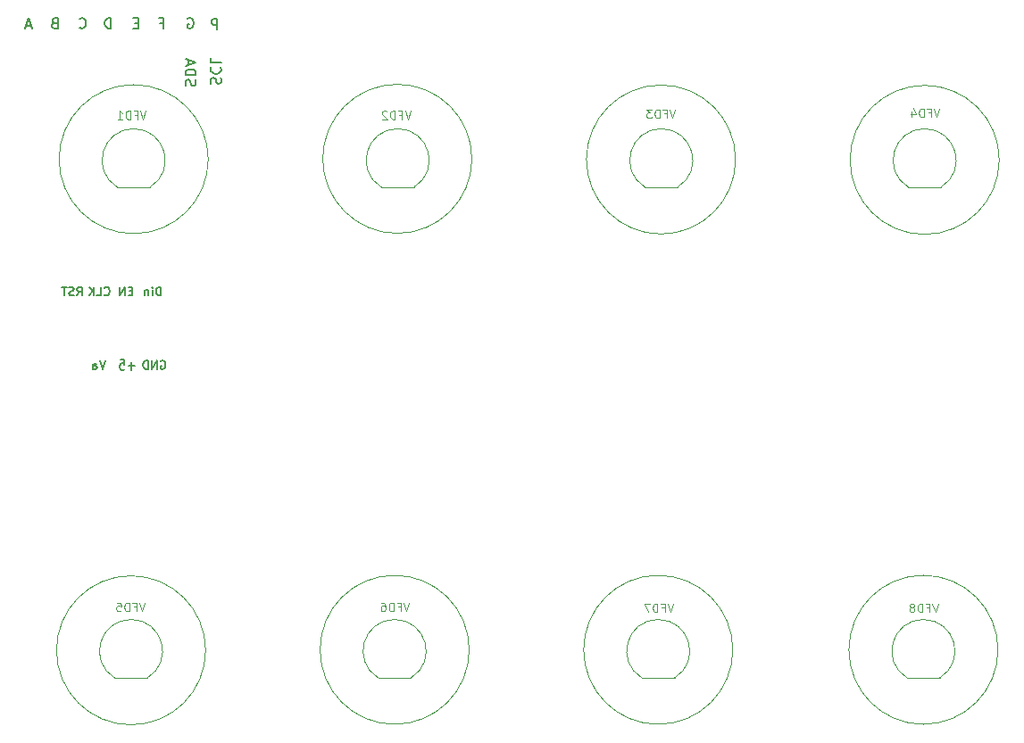
<source format=gbr>
%TF.GenerationSoftware,KiCad,Pcbnew,7.0.1*%
%TF.CreationDate,2023-05-21T16:34:47+02:00*%
%TF.ProjectId,kicad,6b696361-642e-46b6-9963-61645f706362,rev?*%
%TF.SameCoordinates,Original*%
%TF.FileFunction,Legend,Bot*%
%TF.FilePolarity,Positive*%
%FSLAX46Y46*%
G04 Gerber Fmt 4.6, Leading zero omitted, Abs format (unit mm)*
G04 Created by KiCad (PCBNEW 7.0.1) date 2023-05-21 16:34:47*
%MOMM*%
%LPD*%
G01*
G04 APERTURE LIST*
%ADD10C,0.150000*%
%ADD11C,0.100000*%
%ADD12C,0.120000*%
G04 APERTURE END LIST*
D10*
X109995723Y-70274095D02*
X109995723Y-69474095D01*
X109995723Y-69474095D02*
X109805247Y-69474095D01*
X109805247Y-69474095D02*
X109690961Y-69512190D01*
X109690961Y-69512190D02*
X109614771Y-69588380D01*
X109614771Y-69588380D02*
X109576676Y-69664571D01*
X109576676Y-69664571D02*
X109538580Y-69816952D01*
X109538580Y-69816952D02*
X109538580Y-69931238D01*
X109538580Y-69931238D02*
X109576676Y-70083619D01*
X109576676Y-70083619D02*
X109614771Y-70159809D01*
X109614771Y-70159809D02*
X109690961Y-70236000D01*
X109690961Y-70236000D02*
X109805247Y-70274095D01*
X109805247Y-70274095D02*
X109995723Y-70274095D01*
X109195723Y-70274095D02*
X109195723Y-69740761D01*
X109195723Y-69474095D02*
X109233819Y-69512190D01*
X109233819Y-69512190D02*
X109195723Y-69550285D01*
X109195723Y-69550285D02*
X109157628Y-69512190D01*
X109157628Y-69512190D02*
X109195723Y-69474095D01*
X109195723Y-69474095D02*
X109195723Y-69550285D01*
X108814771Y-69740761D02*
X108814771Y-70274095D01*
X108814771Y-69816952D02*
X108776676Y-69778857D01*
X108776676Y-69778857D02*
X108700486Y-69740761D01*
X108700486Y-69740761D02*
X108586200Y-69740761D01*
X108586200Y-69740761D02*
X108510009Y-69778857D01*
X108510009Y-69778857D02*
X108471914Y-69855047D01*
X108471914Y-69855047D02*
X108471914Y-70274095D01*
X105248104Y-44949619D02*
X105248104Y-43949619D01*
X105248104Y-43949619D02*
X105010009Y-43949619D01*
X105010009Y-43949619D02*
X104867152Y-43997238D01*
X104867152Y-43997238D02*
X104771914Y-44092476D01*
X104771914Y-44092476D02*
X104724295Y-44187714D01*
X104724295Y-44187714D02*
X104676676Y-44378190D01*
X104676676Y-44378190D02*
X104676676Y-44521047D01*
X104676676Y-44521047D02*
X104724295Y-44711523D01*
X104724295Y-44711523D02*
X104771914Y-44806761D01*
X104771914Y-44806761D02*
X104867152Y-44902000D01*
X104867152Y-44902000D02*
X105010009Y-44949619D01*
X105010009Y-44949619D02*
X105248104Y-44949619D01*
X104710009Y-76474095D02*
X104443342Y-77274095D01*
X104443342Y-77274095D02*
X104176676Y-76474095D01*
X103567152Y-77274095D02*
X103567152Y-76855047D01*
X103567152Y-76855047D02*
X103605247Y-76778857D01*
X103605247Y-76778857D02*
X103681438Y-76740761D01*
X103681438Y-76740761D02*
X103833819Y-76740761D01*
X103833819Y-76740761D02*
X103910009Y-76778857D01*
X103567152Y-77236000D02*
X103643343Y-77274095D01*
X103643343Y-77274095D02*
X103833819Y-77274095D01*
X103833819Y-77274095D02*
X103910009Y-77236000D01*
X103910009Y-77236000D02*
X103948105Y-77159809D01*
X103948105Y-77159809D02*
X103948105Y-77083619D01*
X103948105Y-77083619D02*
X103910009Y-77007428D01*
X103910009Y-77007428D02*
X103833819Y-76969333D01*
X103833819Y-76969333D02*
X103643343Y-76969333D01*
X103643343Y-76969333D02*
X103567152Y-76931238D01*
X112524295Y-43997238D02*
X112619533Y-43949619D01*
X112619533Y-43949619D02*
X112762390Y-43949619D01*
X112762390Y-43949619D02*
X112905247Y-43997238D01*
X112905247Y-43997238D02*
X113000485Y-44092476D01*
X113000485Y-44092476D02*
X113048104Y-44187714D01*
X113048104Y-44187714D02*
X113095723Y-44378190D01*
X113095723Y-44378190D02*
X113095723Y-44521047D01*
X113095723Y-44521047D02*
X113048104Y-44711523D01*
X113048104Y-44711523D02*
X113000485Y-44806761D01*
X113000485Y-44806761D02*
X112905247Y-44902000D01*
X112905247Y-44902000D02*
X112762390Y-44949619D01*
X112762390Y-44949619D02*
X112667152Y-44949619D01*
X112667152Y-44949619D02*
X112524295Y-44902000D01*
X112524295Y-44902000D02*
X112476676Y-44854380D01*
X112476676Y-44854380D02*
X112476676Y-44521047D01*
X112476676Y-44521047D02*
X112667152Y-44521047D01*
X109914771Y-44425809D02*
X110248104Y-44425809D01*
X110248104Y-44949619D02*
X110248104Y-43949619D01*
X110248104Y-43949619D02*
X109771914Y-43949619D01*
X107495723Y-76968666D02*
X106886200Y-76968666D01*
X107190961Y-77349619D02*
X107190961Y-76587714D01*
X106124295Y-76349619D02*
X106505247Y-76349619D01*
X106505247Y-76349619D02*
X106543343Y-76825809D01*
X106543343Y-76825809D02*
X106505247Y-76778190D01*
X106505247Y-76778190D02*
X106429057Y-76730571D01*
X106429057Y-76730571D02*
X106238581Y-76730571D01*
X106238581Y-76730571D02*
X106162390Y-76778190D01*
X106162390Y-76778190D02*
X106124295Y-76825809D01*
X106124295Y-76825809D02*
X106086200Y-76921047D01*
X106086200Y-76921047D02*
X106086200Y-77159142D01*
X106086200Y-77159142D02*
X106124295Y-77254380D01*
X106124295Y-77254380D02*
X106162390Y-77302000D01*
X106162390Y-77302000D02*
X106238581Y-77349619D01*
X106238581Y-77349619D02*
X106429057Y-77349619D01*
X106429057Y-77349619D02*
X106505247Y-77302000D01*
X106505247Y-77302000D02*
X106543343Y-77254380D01*
X102276676Y-44854380D02*
X102324295Y-44902000D01*
X102324295Y-44902000D02*
X102467152Y-44949619D01*
X102467152Y-44949619D02*
X102562390Y-44949619D01*
X102562390Y-44949619D02*
X102705247Y-44902000D01*
X102705247Y-44902000D02*
X102800485Y-44806761D01*
X102800485Y-44806761D02*
X102848104Y-44711523D01*
X102848104Y-44711523D02*
X102895723Y-44521047D01*
X102895723Y-44521047D02*
X102895723Y-44378190D01*
X102895723Y-44378190D02*
X102848104Y-44187714D01*
X102848104Y-44187714D02*
X102800485Y-44092476D01*
X102800485Y-44092476D02*
X102705247Y-43997238D01*
X102705247Y-43997238D02*
X102562390Y-43949619D01*
X102562390Y-43949619D02*
X102467152Y-43949619D01*
X102467152Y-43949619D02*
X102324295Y-43997238D01*
X102324295Y-43997238D02*
X102276676Y-44044857D01*
X107848104Y-44425809D02*
X107514771Y-44425809D01*
X107371914Y-44949619D02*
X107848104Y-44949619D01*
X107848104Y-44949619D02*
X107848104Y-43949619D01*
X107848104Y-43949619D02*
X107371914Y-43949619D01*
X112356200Y-50381523D02*
X112308580Y-50238666D01*
X112308580Y-50238666D02*
X112308580Y-50000571D01*
X112308580Y-50000571D02*
X112356200Y-49905333D01*
X112356200Y-49905333D02*
X112403819Y-49857714D01*
X112403819Y-49857714D02*
X112499057Y-49810095D01*
X112499057Y-49810095D02*
X112594295Y-49810095D01*
X112594295Y-49810095D02*
X112689533Y-49857714D01*
X112689533Y-49857714D02*
X112737152Y-49905333D01*
X112737152Y-49905333D02*
X112784771Y-50000571D01*
X112784771Y-50000571D02*
X112832390Y-50191047D01*
X112832390Y-50191047D02*
X112880009Y-50286285D01*
X112880009Y-50286285D02*
X112927628Y-50333904D01*
X112927628Y-50333904D02*
X113022866Y-50381523D01*
X113022866Y-50381523D02*
X113118104Y-50381523D01*
X113118104Y-50381523D02*
X113213342Y-50333904D01*
X113213342Y-50333904D02*
X113260961Y-50286285D01*
X113260961Y-50286285D02*
X113308580Y-50191047D01*
X113308580Y-50191047D02*
X113308580Y-49952952D01*
X113308580Y-49952952D02*
X113260961Y-49810095D01*
X112308580Y-49381523D02*
X113308580Y-49381523D01*
X113308580Y-49381523D02*
X113308580Y-49143428D01*
X113308580Y-49143428D02*
X113260961Y-49000571D01*
X113260961Y-49000571D02*
X113165723Y-48905333D01*
X113165723Y-48905333D02*
X113070485Y-48857714D01*
X113070485Y-48857714D02*
X112880009Y-48810095D01*
X112880009Y-48810095D02*
X112737152Y-48810095D01*
X112737152Y-48810095D02*
X112546676Y-48857714D01*
X112546676Y-48857714D02*
X112451438Y-48905333D01*
X112451438Y-48905333D02*
X112356200Y-49000571D01*
X112356200Y-49000571D02*
X112308580Y-49143428D01*
X112308580Y-49143428D02*
X112308580Y-49381523D01*
X112594295Y-48429142D02*
X112594295Y-47952952D01*
X112308580Y-48524380D02*
X113308580Y-48191047D01*
X113308580Y-48191047D02*
X112308580Y-47857714D01*
X107295723Y-69855047D02*
X107029057Y-69855047D01*
X106914771Y-70274095D02*
X107295723Y-70274095D01*
X107295723Y-70274095D02*
X107295723Y-69474095D01*
X107295723Y-69474095D02*
X106914771Y-69474095D01*
X106571913Y-70274095D02*
X106571913Y-69474095D01*
X106571913Y-69474095D02*
X106114770Y-70274095D01*
X106114770Y-70274095D02*
X106114770Y-69474095D01*
X102038580Y-70274095D02*
X102305247Y-69893142D01*
X102495723Y-70274095D02*
X102495723Y-69474095D01*
X102495723Y-69474095D02*
X102190961Y-69474095D01*
X102190961Y-69474095D02*
X102114771Y-69512190D01*
X102114771Y-69512190D02*
X102076676Y-69550285D01*
X102076676Y-69550285D02*
X102038580Y-69626476D01*
X102038580Y-69626476D02*
X102038580Y-69740761D01*
X102038580Y-69740761D02*
X102076676Y-69816952D01*
X102076676Y-69816952D02*
X102114771Y-69855047D01*
X102114771Y-69855047D02*
X102190961Y-69893142D01*
X102190961Y-69893142D02*
X102495723Y-69893142D01*
X101733819Y-70236000D02*
X101619533Y-70274095D01*
X101619533Y-70274095D02*
X101429057Y-70274095D01*
X101429057Y-70274095D02*
X101352866Y-70236000D01*
X101352866Y-70236000D02*
X101314771Y-70197904D01*
X101314771Y-70197904D02*
X101276676Y-70121714D01*
X101276676Y-70121714D02*
X101276676Y-70045523D01*
X101276676Y-70045523D02*
X101314771Y-69969333D01*
X101314771Y-69969333D02*
X101352866Y-69931238D01*
X101352866Y-69931238D02*
X101429057Y-69893142D01*
X101429057Y-69893142D02*
X101581438Y-69855047D01*
X101581438Y-69855047D02*
X101657628Y-69816952D01*
X101657628Y-69816952D02*
X101695723Y-69778857D01*
X101695723Y-69778857D02*
X101733819Y-69702666D01*
X101733819Y-69702666D02*
X101733819Y-69626476D01*
X101733819Y-69626476D02*
X101695723Y-69550285D01*
X101695723Y-69550285D02*
X101657628Y-69512190D01*
X101657628Y-69512190D02*
X101581438Y-69474095D01*
X101581438Y-69474095D02*
X101390961Y-69474095D01*
X101390961Y-69474095D02*
X101276676Y-69512190D01*
X101048104Y-69474095D02*
X100590961Y-69474095D01*
X100819533Y-70274095D02*
X100819533Y-69474095D01*
X115348104Y-45049619D02*
X115348104Y-44049619D01*
X115348104Y-44049619D02*
X114967152Y-44049619D01*
X114967152Y-44049619D02*
X114871914Y-44097238D01*
X114871914Y-44097238D02*
X114824295Y-44144857D01*
X114824295Y-44144857D02*
X114776676Y-44240095D01*
X114776676Y-44240095D02*
X114776676Y-44382952D01*
X114776676Y-44382952D02*
X114824295Y-44478190D01*
X114824295Y-44478190D02*
X114871914Y-44525809D01*
X114871914Y-44525809D02*
X114967152Y-44573428D01*
X114967152Y-44573428D02*
X115348104Y-44573428D01*
X109976676Y-76512190D02*
X110052866Y-76474095D01*
X110052866Y-76474095D02*
X110167152Y-76474095D01*
X110167152Y-76474095D02*
X110281438Y-76512190D01*
X110281438Y-76512190D02*
X110357628Y-76588380D01*
X110357628Y-76588380D02*
X110395723Y-76664571D01*
X110395723Y-76664571D02*
X110433819Y-76816952D01*
X110433819Y-76816952D02*
X110433819Y-76931238D01*
X110433819Y-76931238D02*
X110395723Y-77083619D01*
X110395723Y-77083619D02*
X110357628Y-77159809D01*
X110357628Y-77159809D02*
X110281438Y-77236000D01*
X110281438Y-77236000D02*
X110167152Y-77274095D01*
X110167152Y-77274095D02*
X110090961Y-77274095D01*
X110090961Y-77274095D02*
X109976676Y-77236000D01*
X109976676Y-77236000D02*
X109938580Y-77197904D01*
X109938580Y-77197904D02*
X109938580Y-76931238D01*
X109938580Y-76931238D02*
X110090961Y-76931238D01*
X109595723Y-77274095D02*
X109595723Y-76474095D01*
X109595723Y-76474095D02*
X109138580Y-77274095D01*
X109138580Y-77274095D02*
X109138580Y-76474095D01*
X108757628Y-77274095D02*
X108757628Y-76474095D01*
X108757628Y-76474095D02*
X108567152Y-76474095D01*
X108567152Y-76474095D02*
X108452866Y-76512190D01*
X108452866Y-76512190D02*
X108376676Y-76588380D01*
X108376676Y-76588380D02*
X108338581Y-76664571D01*
X108338581Y-76664571D02*
X108300485Y-76816952D01*
X108300485Y-76816952D02*
X108300485Y-76931238D01*
X108300485Y-76931238D02*
X108338581Y-77083619D01*
X108338581Y-77083619D02*
X108376676Y-77159809D01*
X108376676Y-77159809D02*
X108452866Y-77236000D01*
X108452866Y-77236000D02*
X108567152Y-77274095D01*
X108567152Y-77274095D02*
X108757628Y-77274095D01*
X114756200Y-50181523D02*
X114708580Y-50038666D01*
X114708580Y-50038666D02*
X114708580Y-49800571D01*
X114708580Y-49800571D02*
X114756200Y-49705333D01*
X114756200Y-49705333D02*
X114803819Y-49657714D01*
X114803819Y-49657714D02*
X114899057Y-49610095D01*
X114899057Y-49610095D02*
X114994295Y-49610095D01*
X114994295Y-49610095D02*
X115089533Y-49657714D01*
X115089533Y-49657714D02*
X115137152Y-49705333D01*
X115137152Y-49705333D02*
X115184771Y-49800571D01*
X115184771Y-49800571D02*
X115232390Y-49991047D01*
X115232390Y-49991047D02*
X115280009Y-50086285D01*
X115280009Y-50086285D02*
X115327628Y-50133904D01*
X115327628Y-50133904D02*
X115422866Y-50181523D01*
X115422866Y-50181523D02*
X115518104Y-50181523D01*
X115518104Y-50181523D02*
X115613342Y-50133904D01*
X115613342Y-50133904D02*
X115660961Y-50086285D01*
X115660961Y-50086285D02*
X115708580Y-49991047D01*
X115708580Y-49991047D02*
X115708580Y-49752952D01*
X115708580Y-49752952D02*
X115660961Y-49610095D01*
X114803819Y-48610095D02*
X114756200Y-48657714D01*
X114756200Y-48657714D02*
X114708580Y-48800571D01*
X114708580Y-48800571D02*
X114708580Y-48895809D01*
X114708580Y-48895809D02*
X114756200Y-49038666D01*
X114756200Y-49038666D02*
X114851438Y-49133904D01*
X114851438Y-49133904D02*
X114946676Y-49181523D01*
X114946676Y-49181523D02*
X115137152Y-49229142D01*
X115137152Y-49229142D02*
X115280009Y-49229142D01*
X115280009Y-49229142D02*
X115470485Y-49181523D01*
X115470485Y-49181523D02*
X115565723Y-49133904D01*
X115565723Y-49133904D02*
X115660961Y-49038666D01*
X115660961Y-49038666D02*
X115708580Y-48895809D01*
X115708580Y-48895809D02*
X115708580Y-48800571D01*
X115708580Y-48800571D02*
X115660961Y-48657714D01*
X115660961Y-48657714D02*
X115613342Y-48610095D01*
X114708580Y-47705333D02*
X114708580Y-48181523D01*
X114708580Y-48181523D02*
X115708580Y-48181523D01*
X104638580Y-70197904D02*
X104676676Y-70236000D01*
X104676676Y-70236000D02*
X104790961Y-70274095D01*
X104790961Y-70274095D02*
X104867152Y-70274095D01*
X104867152Y-70274095D02*
X104981438Y-70236000D01*
X104981438Y-70236000D02*
X105057628Y-70159809D01*
X105057628Y-70159809D02*
X105095723Y-70083619D01*
X105095723Y-70083619D02*
X105133819Y-69931238D01*
X105133819Y-69931238D02*
X105133819Y-69816952D01*
X105133819Y-69816952D02*
X105095723Y-69664571D01*
X105095723Y-69664571D02*
X105057628Y-69588380D01*
X105057628Y-69588380D02*
X104981438Y-69512190D01*
X104981438Y-69512190D02*
X104867152Y-69474095D01*
X104867152Y-69474095D02*
X104790961Y-69474095D01*
X104790961Y-69474095D02*
X104676676Y-69512190D01*
X104676676Y-69512190D02*
X104638580Y-69550285D01*
X103914771Y-70274095D02*
X104295723Y-70274095D01*
X104295723Y-70274095D02*
X104295723Y-69474095D01*
X103648104Y-70274095D02*
X103648104Y-69474095D01*
X103190961Y-70274095D02*
X103533819Y-69816952D01*
X103190961Y-69474095D02*
X103648104Y-69931238D01*
X97695723Y-44663904D02*
X97219533Y-44663904D01*
X97790961Y-44949619D02*
X97457628Y-43949619D01*
X97457628Y-43949619D02*
X97124295Y-44949619D01*
X99914771Y-44425809D02*
X99771914Y-44473428D01*
X99771914Y-44473428D02*
X99724295Y-44521047D01*
X99724295Y-44521047D02*
X99676676Y-44616285D01*
X99676676Y-44616285D02*
X99676676Y-44759142D01*
X99676676Y-44759142D02*
X99724295Y-44854380D01*
X99724295Y-44854380D02*
X99771914Y-44902000D01*
X99771914Y-44902000D02*
X99867152Y-44949619D01*
X99867152Y-44949619D02*
X100248104Y-44949619D01*
X100248104Y-44949619D02*
X100248104Y-43949619D01*
X100248104Y-43949619D02*
X99914771Y-43949619D01*
X99914771Y-43949619D02*
X99819533Y-43997238D01*
X99819533Y-43997238D02*
X99771914Y-44044857D01*
X99771914Y-44044857D02*
X99724295Y-44140095D01*
X99724295Y-44140095D02*
X99724295Y-44235333D01*
X99724295Y-44235333D02*
X99771914Y-44330571D01*
X99771914Y-44330571D02*
X99819533Y-44378190D01*
X99819533Y-44378190D02*
X99914771Y-44425809D01*
X99914771Y-44425809D02*
X100248104Y-44425809D01*
D11*
%TO.C,VFD8*%
X183701675Y-99542095D02*
X183435008Y-100342095D01*
X183435008Y-100342095D02*
X183168342Y-99542095D01*
X182635009Y-99923047D02*
X182901675Y-99923047D01*
X182901675Y-100342095D02*
X182901675Y-99542095D01*
X182901675Y-99542095D02*
X182520723Y-99542095D01*
X182215961Y-100342095D02*
X182215961Y-99542095D01*
X182215961Y-99542095D02*
X182025485Y-99542095D01*
X182025485Y-99542095D02*
X181911199Y-99580190D01*
X181911199Y-99580190D02*
X181835009Y-99656380D01*
X181835009Y-99656380D02*
X181796914Y-99732571D01*
X181796914Y-99732571D02*
X181758818Y-99884952D01*
X181758818Y-99884952D02*
X181758818Y-99999238D01*
X181758818Y-99999238D02*
X181796914Y-100151619D01*
X181796914Y-100151619D02*
X181835009Y-100227809D01*
X181835009Y-100227809D02*
X181911199Y-100304000D01*
X181911199Y-100304000D02*
X182025485Y-100342095D01*
X182025485Y-100342095D02*
X182215961Y-100342095D01*
X181301676Y-99884952D02*
X181377866Y-99846857D01*
X181377866Y-99846857D02*
X181415961Y-99808761D01*
X181415961Y-99808761D02*
X181454057Y-99732571D01*
X181454057Y-99732571D02*
X181454057Y-99694476D01*
X181454057Y-99694476D02*
X181415961Y-99618285D01*
X181415961Y-99618285D02*
X181377866Y-99580190D01*
X181377866Y-99580190D02*
X181301676Y-99542095D01*
X181301676Y-99542095D02*
X181149295Y-99542095D01*
X181149295Y-99542095D02*
X181073104Y-99580190D01*
X181073104Y-99580190D02*
X181035009Y-99618285D01*
X181035009Y-99618285D02*
X180996914Y-99694476D01*
X180996914Y-99694476D02*
X180996914Y-99732571D01*
X180996914Y-99732571D02*
X181035009Y-99808761D01*
X181035009Y-99808761D02*
X181073104Y-99846857D01*
X181073104Y-99846857D02*
X181149295Y-99884952D01*
X181149295Y-99884952D02*
X181301676Y-99884952D01*
X181301676Y-99884952D02*
X181377866Y-99923047D01*
X181377866Y-99923047D02*
X181415961Y-99961142D01*
X181415961Y-99961142D02*
X181454057Y-100037333D01*
X181454057Y-100037333D02*
X181454057Y-100189714D01*
X181454057Y-100189714D02*
X181415961Y-100265904D01*
X181415961Y-100265904D02*
X181377866Y-100304000D01*
X181377866Y-100304000D02*
X181301676Y-100342095D01*
X181301676Y-100342095D02*
X181149295Y-100342095D01*
X181149295Y-100342095D02*
X181073104Y-100304000D01*
X181073104Y-100304000D02*
X181035009Y-100265904D01*
X181035009Y-100265904D02*
X180996914Y-100189714D01*
X180996914Y-100189714D02*
X180996914Y-100037333D01*
X180996914Y-100037333D02*
X181035009Y-99961142D01*
X181035009Y-99961142D02*
X181073104Y-99923047D01*
X181073104Y-99923047D02*
X181149295Y-99884952D01*
%TO.C,VFD6*%
X133551675Y-99442095D02*
X133285008Y-100242095D01*
X133285008Y-100242095D02*
X133018342Y-99442095D01*
X132485009Y-99823047D02*
X132751675Y-99823047D01*
X132751675Y-100242095D02*
X132751675Y-99442095D01*
X132751675Y-99442095D02*
X132370723Y-99442095D01*
X132065961Y-100242095D02*
X132065961Y-99442095D01*
X132065961Y-99442095D02*
X131875485Y-99442095D01*
X131875485Y-99442095D02*
X131761199Y-99480190D01*
X131761199Y-99480190D02*
X131685009Y-99556380D01*
X131685009Y-99556380D02*
X131646914Y-99632571D01*
X131646914Y-99632571D02*
X131608818Y-99784952D01*
X131608818Y-99784952D02*
X131608818Y-99899238D01*
X131608818Y-99899238D02*
X131646914Y-100051619D01*
X131646914Y-100051619D02*
X131685009Y-100127809D01*
X131685009Y-100127809D02*
X131761199Y-100204000D01*
X131761199Y-100204000D02*
X131875485Y-100242095D01*
X131875485Y-100242095D02*
X132065961Y-100242095D01*
X130923104Y-99442095D02*
X131075485Y-99442095D01*
X131075485Y-99442095D02*
X131151676Y-99480190D01*
X131151676Y-99480190D02*
X131189771Y-99518285D01*
X131189771Y-99518285D02*
X131265961Y-99632571D01*
X131265961Y-99632571D02*
X131304057Y-99784952D01*
X131304057Y-99784952D02*
X131304057Y-100089714D01*
X131304057Y-100089714D02*
X131265961Y-100165904D01*
X131265961Y-100165904D02*
X131227866Y-100204000D01*
X131227866Y-100204000D02*
X131151676Y-100242095D01*
X131151676Y-100242095D02*
X130999295Y-100242095D01*
X130999295Y-100242095D02*
X130923104Y-100204000D01*
X130923104Y-100204000D02*
X130885009Y-100165904D01*
X130885009Y-100165904D02*
X130846914Y-100089714D01*
X130846914Y-100089714D02*
X130846914Y-99899238D01*
X130846914Y-99899238D02*
X130885009Y-99823047D01*
X130885009Y-99823047D02*
X130923104Y-99784952D01*
X130923104Y-99784952D02*
X130999295Y-99746857D01*
X130999295Y-99746857D02*
X131151676Y-99746857D01*
X131151676Y-99746857D02*
X131227866Y-99784952D01*
X131227866Y-99784952D02*
X131265961Y-99823047D01*
X131265961Y-99823047D02*
X131304057Y-99899238D01*
%TO.C,VFD2*%
X133676675Y-52742095D02*
X133410008Y-53542095D01*
X133410008Y-53542095D02*
X133143342Y-52742095D01*
X132610009Y-53123047D02*
X132876675Y-53123047D01*
X132876675Y-53542095D02*
X132876675Y-52742095D01*
X132876675Y-52742095D02*
X132495723Y-52742095D01*
X132190961Y-53542095D02*
X132190961Y-52742095D01*
X132190961Y-52742095D02*
X132000485Y-52742095D01*
X132000485Y-52742095D02*
X131886199Y-52780190D01*
X131886199Y-52780190D02*
X131810009Y-52856380D01*
X131810009Y-52856380D02*
X131771914Y-52932571D01*
X131771914Y-52932571D02*
X131733818Y-53084952D01*
X131733818Y-53084952D02*
X131733818Y-53199238D01*
X131733818Y-53199238D02*
X131771914Y-53351619D01*
X131771914Y-53351619D02*
X131810009Y-53427809D01*
X131810009Y-53427809D02*
X131886199Y-53504000D01*
X131886199Y-53504000D02*
X132000485Y-53542095D01*
X132000485Y-53542095D02*
X132190961Y-53542095D01*
X131429057Y-52818285D02*
X131390961Y-52780190D01*
X131390961Y-52780190D02*
X131314771Y-52742095D01*
X131314771Y-52742095D02*
X131124295Y-52742095D01*
X131124295Y-52742095D02*
X131048104Y-52780190D01*
X131048104Y-52780190D02*
X131010009Y-52818285D01*
X131010009Y-52818285D02*
X130971914Y-52894476D01*
X130971914Y-52894476D02*
X130971914Y-52970666D01*
X130971914Y-52970666D02*
X131010009Y-53084952D01*
X131010009Y-53084952D02*
X131467152Y-53542095D01*
X131467152Y-53542095D02*
X130971914Y-53542095D01*
%TO.C,VFD7*%
X158576675Y-99542095D02*
X158310008Y-100342095D01*
X158310008Y-100342095D02*
X158043342Y-99542095D01*
X157510009Y-99923047D02*
X157776675Y-99923047D01*
X157776675Y-100342095D02*
X157776675Y-99542095D01*
X157776675Y-99542095D02*
X157395723Y-99542095D01*
X157090961Y-100342095D02*
X157090961Y-99542095D01*
X157090961Y-99542095D02*
X156900485Y-99542095D01*
X156900485Y-99542095D02*
X156786199Y-99580190D01*
X156786199Y-99580190D02*
X156710009Y-99656380D01*
X156710009Y-99656380D02*
X156671914Y-99732571D01*
X156671914Y-99732571D02*
X156633818Y-99884952D01*
X156633818Y-99884952D02*
X156633818Y-99999238D01*
X156633818Y-99999238D02*
X156671914Y-100151619D01*
X156671914Y-100151619D02*
X156710009Y-100227809D01*
X156710009Y-100227809D02*
X156786199Y-100304000D01*
X156786199Y-100304000D02*
X156900485Y-100342095D01*
X156900485Y-100342095D02*
X157090961Y-100342095D01*
X156367152Y-99542095D02*
X155833818Y-99542095D01*
X155833818Y-99542095D02*
X156176676Y-100342095D01*
%TO.C,VFD1*%
X108576675Y-52742095D02*
X108310008Y-53542095D01*
X108310008Y-53542095D02*
X108043342Y-52742095D01*
X107510009Y-53123047D02*
X107776675Y-53123047D01*
X107776675Y-53542095D02*
X107776675Y-52742095D01*
X107776675Y-52742095D02*
X107395723Y-52742095D01*
X107090961Y-53542095D02*
X107090961Y-52742095D01*
X107090961Y-52742095D02*
X106900485Y-52742095D01*
X106900485Y-52742095D02*
X106786199Y-52780190D01*
X106786199Y-52780190D02*
X106710009Y-52856380D01*
X106710009Y-52856380D02*
X106671914Y-52932571D01*
X106671914Y-52932571D02*
X106633818Y-53084952D01*
X106633818Y-53084952D02*
X106633818Y-53199238D01*
X106633818Y-53199238D02*
X106671914Y-53351619D01*
X106671914Y-53351619D02*
X106710009Y-53427809D01*
X106710009Y-53427809D02*
X106786199Y-53504000D01*
X106786199Y-53504000D02*
X106900485Y-53542095D01*
X106900485Y-53542095D02*
X107090961Y-53542095D01*
X105871914Y-53542095D02*
X106329057Y-53542095D01*
X106100485Y-53542095D02*
X106100485Y-52742095D01*
X106100485Y-52742095D02*
X106176676Y-52856380D01*
X106176676Y-52856380D02*
X106252866Y-52932571D01*
X106252866Y-52932571D02*
X106329057Y-52970666D01*
%TO.C,VFD3*%
X158776675Y-52642095D02*
X158510008Y-53442095D01*
X158510008Y-53442095D02*
X158243342Y-52642095D01*
X157710009Y-53023047D02*
X157976675Y-53023047D01*
X157976675Y-53442095D02*
X157976675Y-52642095D01*
X157976675Y-52642095D02*
X157595723Y-52642095D01*
X157290961Y-53442095D02*
X157290961Y-52642095D01*
X157290961Y-52642095D02*
X157100485Y-52642095D01*
X157100485Y-52642095D02*
X156986199Y-52680190D01*
X156986199Y-52680190D02*
X156910009Y-52756380D01*
X156910009Y-52756380D02*
X156871914Y-52832571D01*
X156871914Y-52832571D02*
X156833818Y-52984952D01*
X156833818Y-52984952D02*
X156833818Y-53099238D01*
X156833818Y-53099238D02*
X156871914Y-53251619D01*
X156871914Y-53251619D02*
X156910009Y-53327809D01*
X156910009Y-53327809D02*
X156986199Y-53404000D01*
X156986199Y-53404000D02*
X157100485Y-53442095D01*
X157100485Y-53442095D02*
X157290961Y-53442095D01*
X156567152Y-52642095D02*
X156071914Y-52642095D01*
X156071914Y-52642095D02*
X156338580Y-52946857D01*
X156338580Y-52946857D02*
X156224295Y-52946857D01*
X156224295Y-52946857D02*
X156148104Y-52984952D01*
X156148104Y-52984952D02*
X156110009Y-53023047D01*
X156110009Y-53023047D02*
X156071914Y-53099238D01*
X156071914Y-53099238D02*
X156071914Y-53289714D01*
X156071914Y-53289714D02*
X156110009Y-53365904D01*
X156110009Y-53365904D02*
X156148104Y-53404000D01*
X156148104Y-53404000D02*
X156224295Y-53442095D01*
X156224295Y-53442095D02*
X156452866Y-53442095D01*
X156452866Y-53442095D02*
X156529057Y-53404000D01*
X156529057Y-53404000D02*
X156567152Y-53365904D01*
%TO.C,VFD5*%
X108476675Y-99442095D02*
X108210008Y-100242095D01*
X108210008Y-100242095D02*
X107943342Y-99442095D01*
X107410009Y-99823047D02*
X107676675Y-99823047D01*
X107676675Y-100242095D02*
X107676675Y-99442095D01*
X107676675Y-99442095D02*
X107295723Y-99442095D01*
X106990961Y-100242095D02*
X106990961Y-99442095D01*
X106990961Y-99442095D02*
X106800485Y-99442095D01*
X106800485Y-99442095D02*
X106686199Y-99480190D01*
X106686199Y-99480190D02*
X106610009Y-99556380D01*
X106610009Y-99556380D02*
X106571914Y-99632571D01*
X106571914Y-99632571D02*
X106533818Y-99784952D01*
X106533818Y-99784952D02*
X106533818Y-99899238D01*
X106533818Y-99899238D02*
X106571914Y-100051619D01*
X106571914Y-100051619D02*
X106610009Y-100127809D01*
X106610009Y-100127809D02*
X106686199Y-100204000D01*
X106686199Y-100204000D02*
X106800485Y-100242095D01*
X106800485Y-100242095D02*
X106990961Y-100242095D01*
X105810009Y-99442095D02*
X106190961Y-99442095D01*
X106190961Y-99442095D02*
X106229057Y-99823047D01*
X106229057Y-99823047D02*
X106190961Y-99784952D01*
X106190961Y-99784952D02*
X106114771Y-99746857D01*
X106114771Y-99746857D02*
X105924295Y-99746857D01*
X105924295Y-99746857D02*
X105848104Y-99784952D01*
X105848104Y-99784952D02*
X105810009Y-99823047D01*
X105810009Y-99823047D02*
X105771914Y-99899238D01*
X105771914Y-99899238D02*
X105771914Y-100089714D01*
X105771914Y-100089714D02*
X105810009Y-100165904D01*
X105810009Y-100165904D02*
X105848104Y-100204000D01*
X105848104Y-100204000D02*
X105924295Y-100242095D01*
X105924295Y-100242095D02*
X106114771Y-100242095D01*
X106114771Y-100242095D02*
X106190961Y-100204000D01*
X106190961Y-100204000D02*
X106229057Y-100165904D01*
%TO.C,VFD4*%
X183817775Y-52542095D02*
X183551108Y-53342095D01*
X183551108Y-53342095D02*
X183284442Y-52542095D01*
X182751109Y-52923047D02*
X183017775Y-52923047D01*
X183017775Y-53342095D02*
X183017775Y-52542095D01*
X183017775Y-52542095D02*
X182636823Y-52542095D01*
X182332061Y-53342095D02*
X182332061Y-52542095D01*
X182332061Y-52542095D02*
X182141585Y-52542095D01*
X182141585Y-52542095D02*
X182027299Y-52580190D01*
X182027299Y-52580190D02*
X181951109Y-52656380D01*
X181951109Y-52656380D02*
X181913014Y-52732571D01*
X181913014Y-52732571D02*
X181874918Y-52884952D01*
X181874918Y-52884952D02*
X181874918Y-52999238D01*
X181874918Y-52999238D02*
X181913014Y-53151619D01*
X181913014Y-53151619D02*
X181951109Y-53227809D01*
X181951109Y-53227809D02*
X182027299Y-53304000D01*
X182027299Y-53304000D02*
X182141585Y-53342095D01*
X182141585Y-53342095D02*
X182332061Y-53342095D01*
X181189204Y-52808761D02*
X181189204Y-53342095D01*
X181379680Y-52504000D02*
X181570157Y-53075428D01*
X181570157Y-53075428D02*
X181074918Y-53075428D01*
D12*
%TO.C,LED7*%
X158706200Y-106587000D02*
X155616200Y-106587000D01*
X157161662Y-101037001D02*
G75*
G03*
X155616370Y-106586999I-462J-2989999D01*
G01*
X158706030Y-106587000D02*
G75*
G03*
X157160738Y-101037000I-1544830J2560000D01*
G01*
%TO.C,LED3*%
X158996200Y-60002000D02*
X155906200Y-60002000D01*
X157451662Y-54452001D02*
G75*
G03*
X155906370Y-60001999I-462J-2989999D01*
G01*
X158996030Y-60002000D02*
G75*
G03*
X157450738Y-54452000I-1544830J2560000D01*
G01*
D11*
%TO.C,VFD8*%
X189382268Y-103915800D02*
G75*
G03*
X189382268Y-103915800I-7071068J0D01*
G01*
%TO.C,VFD6*%
X139232268Y-103915800D02*
G75*
G03*
X139232268Y-103915800I-7071068J0D01*
G01*
%TO.C,VFD2*%
X139487568Y-57311400D02*
G75*
G03*
X139487568Y-57311400I-7071068J0D01*
G01*
%TO.C,VFD7*%
X164232268Y-103915800D02*
G75*
G03*
X164232268Y-103915800I-7071068J0D01*
G01*
D12*
%TO.C,LED4*%
X183972300Y-60002000D02*
X180882300Y-60002000D01*
X182427762Y-54452001D02*
G75*
G03*
X180882470Y-60001999I-462J-2989999D01*
G01*
X183972130Y-60002000D02*
G75*
G03*
X182426838Y-54452000I-1544830J2560000D01*
G01*
%TO.C,LED2*%
X133996200Y-60002000D02*
X130906200Y-60002000D01*
X132451662Y-54452001D02*
G75*
G03*
X130906370Y-60001999I-462J-2989999D01*
G01*
X133996030Y-60002000D02*
G75*
G03*
X132450738Y-54452000I-1544830J2560000D01*
G01*
%TO.C,LED5*%
X108706200Y-106587000D02*
X105616200Y-106587000D01*
X107161662Y-101037001D02*
G75*
G03*
X105616370Y-106586999I-462J-2989999D01*
G01*
X108706030Y-106587000D02*
G75*
G03*
X107160738Y-101037000I-1544830J2560000D01*
G01*
D11*
%TO.C,VFD1*%
X114482268Y-57344200D02*
G75*
G03*
X114482268Y-57344200I-7071068J0D01*
G01*
D12*
%TO.C,LED6*%
X133706200Y-106587000D02*
X130616200Y-106587000D01*
X132161662Y-101037001D02*
G75*
G03*
X130616370Y-106586999I-462J-2989999D01*
G01*
X133706030Y-106587000D02*
G75*
G03*
X132160738Y-101037000I-1544830J2560000D01*
G01*
D11*
%TO.C,VFD3*%
X164492968Y-57377000D02*
G75*
G03*
X164492968Y-57377000I-7071068J0D01*
G01*
D12*
%TO.C,LED1*%
X108956200Y-60002000D02*
X105866200Y-60002000D01*
X107411662Y-54452001D02*
G75*
G03*
X105866370Y-60001999I-462J-2989999D01*
G01*
X108956030Y-60002000D02*
G75*
G03*
X107410738Y-54452000I-1544830J2560000D01*
G01*
D11*
%TO.C,VFD5*%
X114236068Y-103962000D02*
G75*
G03*
X114236068Y-103962000I-7071068J0D01*
G01*
%TO.C,VFD4*%
X189498368Y-57409800D02*
G75*
G03*
X189498368Y-57409800I-7071068J0D01*
G01*
D12*
%TO.C,LED8*%
X183856200Y-106587000D02*
X180766200Y-106587000D01*
X182311662Y-101037001D02*
G75*
G03*
X180766370Y-106586999I-462J-2989999D01*
G01*
X183856030Y-106587000D02*
G75*
G03*
X182310738Y-101037000I-1544830J2560000D01*
G01*
%TD*%
M02*

</source>
